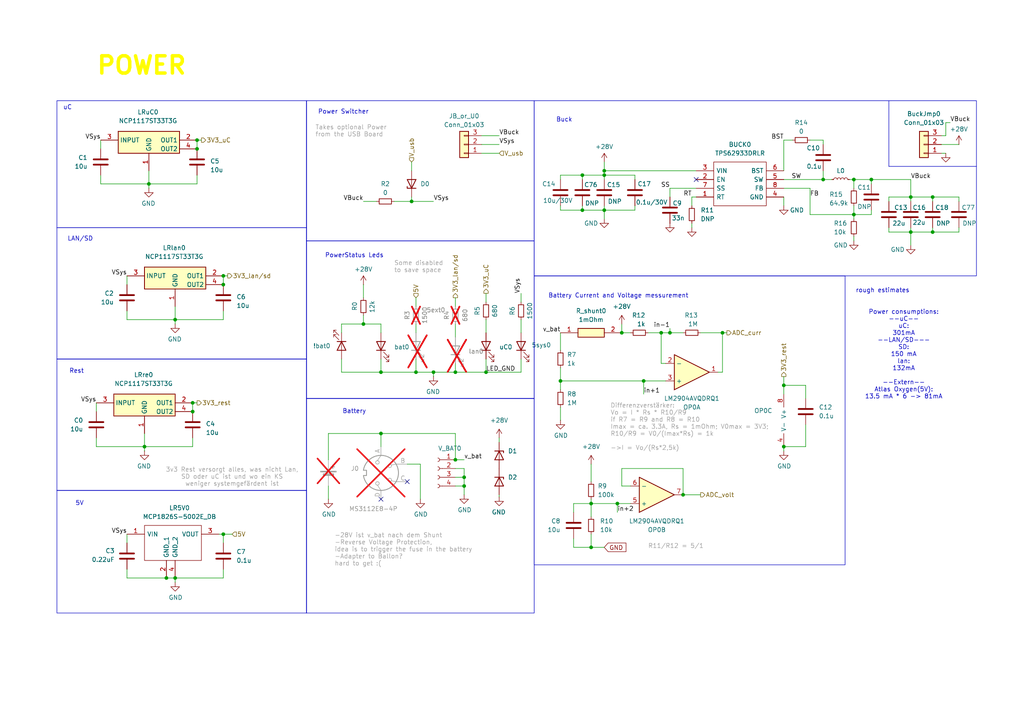
<source format=kicad_sch>
(kicad_sch (version 20231120) (generator "eeschema") (generator_version "8.0")
  (paper "A4")
  (junction (at 227.33 129.54))
  (junction (at 110.49 125.73))
  (junction (at 64.77 82.55))
  (junction (at 64.77 80.01))
  (junction (at 238.76 52.07))
  (junction (at 270.51 67.31))
  (junction (at 119.38 58.42))
  (junction (at 247.65 62.23))
  (junction (at 198.12 143.51))
  (junction (at 110.49 107.95))
  (junction (at 57.15 40.64))
  (junction (at 168.91 60.96))
  (junction (at 132.08 133.35))
  (junction (at 50.8 92.71))
  (junction (at 140.97 107.95))
  (junction (at 125.73 107.95))
  (junction (at 270.51 57.15))
  (junction (at 55.88 116.84))
  (junction (at 132.08 107.95))
  (junction (at 120.65 107.95))
  (junction (at 252.73 52.07))
  (junction (at 227.33 111.76))
  (junction (at 48.26 167.64))
  (junction (at 171.45 146.05))
  (junction (at 264.16 57.15))
  (junction (at 209.55 96.52))
  (junction (at 64.77 154.94))
  (junction (at 180.34 96.52))
  (junction (at 191.77 96.52))
  (junction (at 171.45 158.75))
  (junction (at 41.91 129.54))
  (junction (at 50.8 167.64))
  (junction (at 168.91 50.8))
  (junction (at 175.26 60.96))
  (junction (at 179.07 146.05))
  (junction (at 186.69 110.49))
  (junction (at 264.16 67.31))
  (junction (at 55.88 119.38))
  (junction (at 247.65 52.07))
  (junction (at 134.62 138.43))
  (junction (at 162.56 110.49))
  (junction (at 134.62 140.97))
  (junction (at 57.15 43.18))
  (junction (at 43.18 53.34))
  (junction (at 194.31 96.52))
  (junction (at 105.41 93.98))
  (junction (at 175.26 50.8))
  (junction (at 175.26 49.53))
  (no_connect (at 201.93 52.07))
  (no_connect (at 110.49 144.78))
  (no_connect (at 118.11 139.7))
  (wire (pts (xy 36.83 90.17) (xy 36.83 92.71)))
  (wire (pts (xy 140.97 92.71) (xy 140.97 96.52)))
  (wire (pts (xy 247.65 52.07) (xy 247.65 54.61)))
  (wire (pts (xy 132.08 138.43) (xy 134.62 138.43)))
  (wire (pts (xy 198.12 135.89) (xy 198.12 143.51)))
  (wire (pts (xy 194.31 95.25) (xy 194.31 96.52)))
  (wire (pts (xy 50.8 92.71) (xy 50.8 88.9)))
  (wire (pts (xy 50.8 92.71) (xy 64.77 92.71)))
  (wire (pts (xy 105.41 91.44) (xy 105.41 93.98)))
  (wire (pts (xy 162.56 52.07) (xy 162.56 50.8)))
  (wire (pts (xy 175.26 46.99) (xy 175.26 49.53)))
  (wire (pts (xy 200.66 64.77) (xy 200.66 66.04)))
  (wire (pts (xy 162.56 96.52) (xy 162.56 101.6)))
  (wire (pts (xy 278.13 57.15) (xy 270.51 57.15)))
  (wire (pts (xy 171.45 134.62) (xy 171.45 139.7)))
  (wire (pts (xy 247.65 62.23) (xy 247.65 63.5)))
  (wire (pts (xy 41.91 130.81) (xy 41.91 129.54)))
  (wire (pts (xy 110.49 107.95) (xy 120.65 107.95)))
  (wire (pts (xy 171.45 154.94) (xy 171.45 158.75)))
  (wire (pts (xy 264.16 67.31) (xy 264.16 66.04)))
  (wire (pts (xy 175.26 60.96) (xy 175.26 63.5)))
  (wire (pts (xy 278.13 67.31) (xy 278.13 66.04)))
  (wire (pts (xy 132.08 125.73) (xy 132.08 133.35)))
  (wire (pts (xy 132.08 105.41) (xy 132.08 107.95)))
  (wire (pts (xy 162.56 106.68) (xy 162.56 110.49)))
  (wire (pts (xy 180.34 140.97) (xy 180.34 135.89)))
  (wire (pts (xy 209.55 96.52) (xy 209.55 107.95)))
  (wire (pts (xy 151.13 87.63) (xy 151.13 85.09)))
  (wire (pts (xy 270.51 67.31) (xy 270.51 66.04)))
  (wire (pts (xy 120.65 88.9) (xy 120.65 86.36)))
  (wire (pts (xy 139.7 39.37) (xy 144.78 39.37)))
  (wire (pts (xy 257.81 67.31) (xy 257.81 66.04)))
  (wire (pts (xy 209.55 96.52) (xy 203.2 96.52)))
  (wire (pts (xy 166.37 158.75) (xy 166.37 156.21)))
  (wire (pts (xy 227.33 52.07) (xy 238.76 52.07)))
  (wire (pts (xy 194.31 96.52) (xy 198.12 96.52)))
  (wire (pts (xy 227.33 49.53) (xy 227.33 40.64)))
  (wire (pts (xy 186.69 114.3) (xy 186.69 110.49)))
  (wire (pts (xy 171.45 146.05) (xy 171.45 149.86)))
  (wire (pts (xy 274.32 39.37) (xy 273.05 39.37)))
  (wire (pts (xy 270.51 57.15) (xy 270.51 58.42)))
  (wire (pts (xy 171.45 158.75) (xy 166.37 158.75)))
  (wire (pts (xy 64.77 154.94) (xy 63.5 154.94)))
  (wire (pts (xy 140.97 107.95) (xy 151.13 107.95)))
  (wire (pts (xy 140.97 87.63) (xy 140.97 85.09)))
  (wire (pts (xy 119.38 57.15) (xy 119.38 58.42)))
  (wire (pts (xy 252.73 62.23) (xy 252.73 60.96)))
  (wire (pts (xy 180.34 93.98) (xy 180.34 96.52)))
  (wire (pts (xy 120.65 107.95) (xy 125.73 107.95)))
  (wire (pts (xy 227.33 130.81) (xy 227.33 129.54)))
  (wire (pts (xy 125.73 107.95) (xy 125.73 109.22)))
  (wire (pts (xy 50.8 167.64) (xy 50.8 168.91)))
  (wire (pts (xy 257.81 67.31) (xy 264.16 67.31)))
  (wire (pts (xy 247.65 52.07) (xy 252.73 52.07)))
  (wire (pts (xy 110.49 104.14) (xy 110.49 107.95)))
  (wire (pts (xy 162.56 110.49) (xy 186.69 110.49)))
  (wire (pts (xy 274.32 35.56) (xy 275.59 35.56)))
  (wire (pts (xy 257.81 57.15) (xy 257.81 58.42)))
  (wire (pts (xy 99.06 93.98) (xy 105.41 93.98)))
  (wire (pts (xy 238.76 40.64) (xy 238.76 41.91)))
  (wire (pts (xy 110.49 125.73) (xy 132.08 125.73)))
  (wire (pts (xy 118.11 134.62) (xy 121.92 134.62)))
  (wire (pts (xy 171.45 158.75) (xy 175.26 158.75)))
  (wire (pts (xy 227.33 111.76) (xy 233.68 111.76)))
  (wire (pts (xy 168.91 50.8) (xy 168.91 52.07)))
  (wire (pts (xy 238.76 52.07) (xy 238.76 49.53)))
  (wire (pts (xy 264.16 67.31) (xy 270.51 67.31)))
  (wire (pts (xy 175.26 60.96) (xy 184.15 60.96)))
  (wire (pts (xy 168.91 59.69) (xy 168.91 60.96)))
  (wire (pts (xy 144.78 128.27) (xy 144.78 127)))
  (wire (pts (xy 191.77 105.41) (xy 191.77 96.52)))
  (wire (pts (xy 95.25 125.73) (xy 110.49 125.73)))
  (wire (pts (xy 121.92 134.62) (xy 121.92 144.78)))
  (wire (pts (xy 241.3 52.07) (xy 238.76 52.07)))
  (wire (pts (xy 184.15 50.8) (xy 184.15 52.07)))
  (wire (pts (xy 50.8 93.98) (xy 50.8 92.71)))
  (wire (pts (xy 36.83 165.1) (xy 36.83 167.64)))
  (wire (pts (xy 29.21 50.8) (xy 29.21 53.34)))
  (wire (pts (xy 110.49 107.95) (xy 99.06 107.95)))
  (wire (pts (xy 264.16 52.07) (xy 264.16 57.15)))
  (wire (pts (xy 36.83 167.64) (xy 48.26 167.64)))
  (wire (pts (xy 166.37 146.05) (xy 171.45 146.05)))
  (wire (pts (xy 119.38 46.99) (xy 119.38 49.53)))
  (wire (pts (xy 140.97 104.14) (xy 140.97 107.95)))
  (wire (pts (xy 247.65 62.23) (xy 252.73 62.23)))
  (wire (pts (xy 110.49 93.98) (xy 110.49 96.52)))
  (wire (pts (xy 247.65 59.69) (xy 247.65 62.23)))
  (wire (pts (xy 162.56 60.96) (xy 168.91 60.96)))
  (wire (pts (xy 274.32 44.45) (xy 273.05 44.45)))
  (wire (pts (xy 95.25 144.78) (xy 95.25 140.97)))
  (wire (pts (xy 227.33 59.69) (xy 227.33 57.15)))
  (wire (pts (xy 162.56 50.8) (xy 168.91 50.8)))
  (wire (pts (xy 27.94 127) (xy 27.94 129.54)))
  (wire (pts (xy 227.33 54.61) (xy 234.95 54.61)))
  (wire (pts (xy 105.41 58.42) (xy 109.22 58.42)))
  (wire (pts (xy 227.33 111.76) (xy 227.33 114.3)))
  (wire (pts (xy 48.26 167.64) (xy 50.8 167.64)))
  (wire (pts (xy 132.08 107.95) (xy 140.97 107.95)))
  (wire (pts (xy 36.83 157.48) (xy 36.83 154.94)))
  (wire (pts (xy 132.08 93.98) (xy 132.08 97.79)))
  (wire (pts (xy 198.12 143.51) (xy 203.2 143.51)))
  (wire (pts (xy 64.77 165.1) (xy 64.77 167.64)))
  (wire (pts (xy 132.08 135.89) (xy 134.62 135.89)))
  (wire (pts (xy 57.15 40.64) (xy 57.15 43.18)))
  (wire (pts (xy 234.95 40.64) (xy 238.76 40.64)))
  (wire (pts (xy 50.8 167.64) (xy 64.77 167.64)))
  (wire (pts (xy 191.77 96.52) (xy 194.31 96.52)))
  (polyline (pts (xy 257.81 29.21) (xy 257.81 48.26)))
  (wire (pts (xy 171.45 144.78) (xy 171.45 146.05)))
  (wire (pts (xy 29.21 53.34) (xy 43.18 53.34)))
  (wire (pts (xy 110.49 129.54) (xy 110.49 125.73)))
  (wire (pts (xy 274.32 35.56) (xy 274.32 39.37)))
  (wire (pts (xy 200.66 59.69) (xy 200.66 57.15)))
  (wire (pts (xy 64.77 92.71) (xy 64.77 90.17)))
  (wire (pts (xy 36.83 92.71) (xy 50.8 92.71)))
  (wire (pts (xy 278.13 58.42) (xy 278.13 57.15)))
  (wire (pts (xy 227.33 109.22) (xy 227.33 111.76)))
  (wire (pts (xy 64.77 80.01) (xy 66.04 80.01)))
  (wire (pts (xy 95.25 133.35) (xy 95.25 125.73)))
  (wire (pts (xy 193.04 105.41) (xy 191.77 105.41)))
  (wire (pts (xy 252.73 53.34) (xy 252.73 52.07)))
  (wire (pts (xy 64.77 80.01) (xy 64.77 82.55)))
  (wire (pts (xy 171.45 146.05) (xy 179.07 146.05)))
  (wire (pts (xy 55.88 129.54) (xy 55.88 127)))
  (polyline (pts (xy 257.81 48.26) (xy 283.21 48.26)))
  (wire (pts (xy 64.77 157.48) (xy 64.77 154.94)))
  (wire (pts (xy 246.38 52.07) (xy 247.65 52.07)))
  (wire (pts (xy 179.07 148.59) (xy 179.07 146.05)))
  (wire (pts (xy 168.91 50.8) (xy 175.26 50.8)))
  (wire (pts (xy 208.28 107.95) (xy 209.55 107.95)))
  (wire (pts (xy 273.05 41.91) (xy 278.13 41.91)))
  (wire (pts (xy 105.41 82.55) (xy 105.41 86.36)))
  (wire (pts (xy 234.95 62.23) (xy 247.65 62.23)))
  (wire (pts (xy 139.7 41.91) (xy 144.78 41.91)))
  (wire (pts (xy 120.65 93.98) (xy 120.65 96.52)))
  (wire (pts (xy 43.18 53.34) (xy 57.15 53.34)))
  (wire (pts (xy 175.26 49.53) (xy 175.26 50.8)))
  (wire (pts (xy 233.68 123.19) (xy 233.68 129.54)))
  (wire (pts (xy 132.08 86.36) (xy 132.08 88.9)))
  (wire (pts (xy 233.68 111.76) (xy 233.68 115.57)))
  (wire (pts (xy 200.66 57.15) (xy 201.93 57.15)))
  (wire (pts (xy 151.13 104.14) (xy 151.13 107.95)))
  (wire (pts (xy 55.88 116.84) (xy 55.88 119.38)))
  (wire (pts (xy 64.77 154.94) (xy 67.31 154.94)))
  (wire (pts (xy 184.15 60.96) (xy 184.15 59.69)))
  (wire (pts (xy 27.94 129.54) (xy 41.91 129.54)))
  (wire (pts (xy 227.33 129.54) (xy 233.68 129.54)))
  (wire (pts (xy 144.78 143.51) (xy 144.78 144.145)))
  (wire (pts (xy 41.91 129.54) (xy 55.88 129.54)))
  (wire (pts (xy 180.34 96.52) (xy 182.88 96.52)))
  (wire (pts (xy 132.08 140.97) (xy 134.62 140.97)))
  (wire (pts (xy 166.37 148.59) (xy 166.37 146.05)))
  (wire (pts (xy 43.18 53.34) (xy 43.18 49.53)))
  (wire (pts (xy 270.51 57.15) (xy 264.16 57.15)))
  (wire (pts (xy 264.16 57.15) (xy 264.16 58.42)))
  (wire (pts (xy 134.62 140.97) (xy 134.62 143.51)))
  (wire (pts (xy 264.16 67.31) (xy 264.16 71.12)))
  (wire (pts (xy 264.16 57.15) (xy 257.81 57.15)))
  (wire (pts (xy 162.56 110.49) (xy 162.56 113.03)))
  (wire (pts (xy 179.07 146.05) (xy 182.88 146.05)))
  (wire (pts (xy 252.73 52.07) (xy 264.16 52.07)))
  (wire (pts (xy 41.91 129.54) (xy 41.91 125.73)))
  (wire (pts (xy 125.73 107.95) (xy 132.08 107.95)))
  (wire (pts (xy 168.91 60.96) (xy 175.26 60.96)))
  (wire (pts (xy 175.26 60.96) (xy 175.26 59.69)))
  (wire (pts (xy 270.51 67.31) (xy 278.13 67.31)))
  (wire (pts (xy 234.95 54.61) (xy 234.95 62.23)))
  (wire (pts (xy 43.18 54.61) (xy 43.18 53.34)))
  (wire (pts (xy 120.65 104.14) (xy 120.65 107.95)))
  (wire (pts (xy 186.69 110.49) (xy 193.04 110.49)))
  (wire (pts (xy 151.13 92.71) (xy 151.13 96.52)))
  (wire (pts (xy 99.06 93.98) (xy 99.06 96.52)))
  (wire (pts (xy 55.88 116.84) (xy 57.15 116.84)))
  (wire (pts (xy 162.56 118.11) (xy 162.56 121.92)))
  (wire (pts (xy 134.62 135.89) (xy 134.62 138.43)))
  (wire (pts (xy 27.94 116.84) (xy 27.94 119.38)))
  (wire (pts (xy 187.96 96.52) (xy 191.77 96.52)))
  (wire (pts (xy 105.41 93.98) (xy 110.49 93.98)))
  (wire (pts (xy 114.3 58.42) (xy 119.38 58.42)))
  (wire (pts (xy 227.33 40.64) (xy 229.87 40.64)))
  (wire (pts (xy 209.55 96.52) (xy 210.82 96.52)))
  (wire (pts (xy 175.26 52.07) (xy 175.26 50.8)))
  (wire (pts (xy 247.65 68.58) (xy 247.65 69.85)))
  (wire (pts (xy 175.26 49.53) (xy 201.93 49.53)))
  (wire (pts (xy 194.31 57.15) (xy 194.31 54.61)))
  (wire (pts (xy 134.62 138.43) (xy 134.62 140.97)))
  (wire (pts (xy 194.31 54.61) (xy 201.93 54.61)))
  (wire (pts (xy 36.83 80.01) (xy 36.83 82.55)))
  (wire (pts (xy 132.08 133.35) (xy 134.62 133.35)))
  (wire (pts (xy 99.06 104.14) (xy 99.06 107.95)))
  (wire (pts (xy 182.88 140.97) (xy 180.34 140.97)))
  (wire (pts (xy 180.34 135.89) (xy 198.12 135.89)))
  (wire (pts (xy 144.78 44.45) (xy 139.7 44.45)))
  (wire (pts (xy 57.15 53.34) (xy 57.15 50.8)))
  (wire (pts (xy 162.56 60.96) (xy 162.56 59.69)))
  (wire (pts (xy 29.21 40.64) (xy 29.21 43.18)))
  (wire (pts (xy 57.15 40.64) (xy 58.42 40.64)))
  (wire (pts (xy 175.26 50.8) (xy 184.15 50.8)))
  (wire (pts (xy 119.38 58.42) (xy 125.73 58.42)))
  (rectangle (start 16.51 29.21) (end 88.9 66.04))
  (rectangle (start 88.9 29.21) (end 154.94 69.85))
  (rectangle (start 88.9 69.85) (end 154.94 115.57))
  (rectangle (start 88.9 115.57) (end 154.94 177.8))
  (rectangle (start 16.51 66.04) (end 88.9 104.14))
  (rectangle (start 154.94 80.01) (end 245.11 163.83))
  (rectangle (start 16.51 104.14) (end 88.9 142.24))
  (rectangle (start 154.94 29.21) (end 283.21 80.01))
  (rectangle (start 16.51 142.24) (end 88.9 177.8))
  (text "Power consumptions:\n--uC--\nuC:\n301mA\n--LAN/SD---\nSD:\n150 mA\nlan:\n132mA\n\n--Extern--\nAtlas Oxygen(5V):\n13.5 mA * 6 -> 81mA" (exclude_from_sim yes) (at 262.128 102.87 0) (effects (font (size 1.27 1.27))))
  (text "Rest" (at 20.066 108.458 0) (effects (font (size 1.27 1.27)) (justify left bottom)))
  (text "Differenzverstärker:\nVo = I * Rs * R10/R9\nif R7 = R9 and R8 = R10\nImax = ca. 3.3A, Rs = 1mOhm; V0max = 3V3; \nR10/R9 = V0/(Imax*Rs) = 1k\n\n->I = Vo/(Rs*2,5k)\n" (at 177.038 130.81 0) (effects (font (size 1.27 1.27)) (justify left bottom)))
  (text "PowerStatus Leds" (at 94.234 74.93 0) (effects (font (size 1.27 1.27)) (justify left bottom)))
  (text "Power Switcher" (at 92.202 33.274 0) (effects (font (size 1.27 1.27)) (justify left bottom)))
  (text "LAN/SD" (at 19.558 70.104 0) (effects (font (size 1.27 1.27)) (justify left bottom)))
  (text "POWER\n" (at 27.686 22.098 0) (effects (font (size 5 5) (thickness 1) (bold yes)) (justify left bottom)))
  (text "uC" (at 18.288 32.004 0) (effects (font (size 1.27 1.27)) (justify left bottom)))
  (text "Battery" (at 99.314 120.142 0) (effects (font (size 1.27 1.27)) (justify left bottom)))
  (text "5V" (at 21.844 146.812 0) (effects (font (size 1.27 1.27)) (justify left bottom)))
  (text "-28V ist v_bat nach dem Shunt\n-Reverse Voltage Protection, \nidea is to trigger the fuse in the battery\n-Adapter to Ballon?\nhard to get :(" (at 97.028 159.512 0) (effects (font (size 1.27 1.27)) (justify left)))
  (text "rough estimates" (at 248.158 85.09 0) (effects (font (size 1.27 1.27)) (justify left bottom)))
  (text "Takes optional Power \nfrom the USB Board" (at 91.44 39.878 0) (effects (font (size 1.27 1.27)) (justify left bottom)))
  (text "Buck" (at 161.29 35.56 0) (effects (font (size 1.27 1.27)) (justify left bottom)))
  (text "Battery Current and Voltage messurement" (at 159.004 86.614 0) (effects (font (size 1.27 1.27)) (justify left bottom)))
  (text "3v3 Rest versorgt alles, was nicht Lan,\nSD oder uC ist und wo ein KS\nweniger systemgefärdent ist" (at 67.31 138.43 0) (effects (font (size 1.27 1.27))))
  (text "R11/R12 = 5/1" (at 187.96 159.258 0) (effects (font (size 1.27 1.27)) (justify left bottom)))
  (text "Some disabled\nto save space" (at 114.3 79.248 0) (effects (font (size 1.27 1.27)) (justify left bottom)))
  (label "v_bat" (at 134.62 133.35 0))
  (label "VSys" (at 151.13 85.09 90))
  (label "VSys" (at 36.83 80.01 180))
  (label "SW" (at 232.41 52.07 180))
  (label "in+1" (at 186.69 114.3 0))
  (label "v_bat" (at 162.56 96.52 180))
  (label "VBuck" (at 264.16 52.07 0))
  (label "RT" (at 200.66 57.15 180))
  (label "VBuck" (at 275.59 35.56 0))
  (label "VBuck" (at 144.78 39.37 0))
  (label "VSys" (at 36.83 154.94 180))
  (label "VSys" (at 27.94 116.84 180))
  (label "SS" (at 194.31 54.61 180))
  (label "VSys" (at 125.73 58.42 0))
  (label "VBuck" (at 105.41 58.42 180))
  (label "in+2" (at 179.07 148.59 0))
  (label "FB" (at 234.95 57.15 0))
  (label "LED_GND" (at 140.97 107.95 0))
  (label "BST" (at 227.33 40.64 180))
  (label "VSys" (at 29.21 40.64 180))
  (label "in-1" (at 194.31 95.25 180))
  (label "VSys" (at 144.78 41.91 0))
  (global_label "GND" (shape input) (at 175.26 158.75 0) (property "Intersheetrefs" "${INTERSHEET_REFS}" (effects (hide yes))))
  (hierarchical_label "5V" (shape input) (at 120.65 86.36 90))
  (hierarchical_label "ADC_curr" (shape output) (at 210.82 96.52 0))
  (hierarchical_label "3V3_rest" (shape output) (at 57.15 116.84 0))
  (hierarchical_label "3V3_rest" (shape output) (at 227.33 109.22 90))
  (hierarchical_label "3V3_lan{slash}sd" (shape output) (at 132.08 86.36 90))
  (hierarchical_label "3V3_uC" (shape output) (at 140.97 85.09 90))
  (hierarchical_label "ADC_volt" (shape output) (at 203.2 143.51 0))
  (hierarchical_label "V_usb" (shape input) (at 119.38 46.99 90))
  (hierarchical_label "3V3_lan{slash}sd" (shape output) (at 66.04 80.01 0))
  (hierarchical_label "3V3_uC" (shape output) (at 58.42 40.64 0))
  (hierarchical_label "V_usb" (shape input) (at 144.78 44.45 0))
  (hierarchical_label "5V" (shape input) (at 67.31 154.94 0))
  (symbol (lib_id "Device:C") (at 168.91 55.88 180) (unit 1)
    (property "Reference" "C76" (at 169.418 53.594 0) (effects (justify right)))
    (property "Value" "DNP" (at 169.672 58.928 0) (effects (justify right)))
    (property "Footprint" "Capacitor_SMD:C_0805_2012Metric_Pad1.18x1.45mm_HandSolder" (effects (hide yes)))
    (property "Description" "Unpolarized capacitor" (effects (hide yes)))
  )
  (symbol (lib_id "Device:R_Small") (at 200.66 96.52 270) (unit 1)
    (property "Reference" "R13" (at 202.438 91.44 90) (effects (justify right)))
    (property "Value" "1M" (at 202.438 93.98 90) (effects (justify right)))
    (property "Footprint" "Resistor_SMD:R_0603_1608Metric_Pad0.98x0.95mm_HandSolder" (effects (hide yes)))
    (property "Description" "Resistor, small symbol" (effects (hide yes)))
  )
  (symbol (lib_id "SamacSys_Parts:TPS62933DRLR") (at 201.93 49.53 0) (unit 1)
    (property "Reference" "BUCK0" (at 214.63 41.91 0))
    (property "Value" "TPS62933DRLR" (at 214.63 44.45 0))
    (property "Footprint" "SamacSys_Parts:SOTFL50P160X60-8N" (effects (hide yes)))
    (property "Datasheet" "https://www.ti.com/lit/ds/symlink/tps62933.pdf?ts=1626073394234" (effects (hide yes)))
    (property "Description" "The TPS62933 is a high-efficiency, easy-to-use synchronous buck converter with a wide input voltage range of 3.8 V to 30 V" (effects (hide yes)))
    (property "Height" "0.6" (effects (hide yes)))
    (property "Mouser Part Number" "595-TPS62933DRLR" (effects (hide yes)))
    (property "Mouser Price/Stock" "https://www.mouser.co.uk/ProductDetail/Texas-Instruments/TPS62933DRLR?qs=Rp5uXu7WBW9fv47wfQVntQ%3D%3D" (effects (hide yes)))
    (property "Manufacturer_Name" "Texas Instruments" (effects (hide yes)))
    (property "Manufacturer_Part_Number" "TPS62933DRLR" (effects (hide yes)))
  )
  (symbol (lib_id "Device:R_Small") (at 232.41 40.64 90) (unit 1)
    (property "Reference" "R14" (at 232.41 35.56 90))
    (property "Value" "0" (at 232.41 38.1 90))
    (property "Footprint" "Resistor_SMD:R_0603_1608Metric_Pad0.98x0.95mm_HandSolder" (effects (hide yes)))
    (property "Description" "Resistor, small symbol" (effects (hide yes)))
  )
  (symbol (lib_id "power:GND") (at 200.66 66.04 0) (unit 1)
    (property "Reference" "#PWR015" (effects (hide yes)))
    (property "Value" "GND" (effects (hide yes)))
    (property "Description" "Power symbol creates a global label with name \"GND\" , ground" (effects (hide yes)))
  )
  (symbol (lib_id "Device:C") (at 29.21 46.99 0) (mirror x) (unit 1)
    (property "Reference" "C1" (at 25.4 45.7199 0) (effects (justify right)))
    (property "Value" "10u" (at 25.4 48.2599 0) (effects (justify right)))
    (property "Footprint" "Capacitor_SMD:C_0805_2012Metric_Pad1.18x1.45mm_HandSolder" (effects (hide yes)))
    (property "Description" "Unpolarized capacitor" (effects (hide yes)))
  )
  (symbol (lib_id "power:GND") (at 227.33 59.69 0) (mirror y) (unit 1)
    (property "Reference" "#PWR0125" (effects (hide yes)))
    (property "Value" "GND" (at 231.14 60.96 0))
    (property "Description" "Power symbol creates a global label with name \"GND\" , ground" (effects (hide yes)))
  )
  (symbol (lib_id "Device:C") (at 264.16 62.23 180) (unit 1)
    (property "Reference" "C16" (at 264.668 60.198 0) (effects (justify right)))
    (property "Value" "22u" (at 264.668 64.516 0) (effects (justify right)))
    (property "Footprint" "Capacitor_SMD:C_0805_2012Metric_Pad1.18x1.45mm_HandSolder" (effects (hide yes)))
    (property "Description" "Unpolarized capacitor" (effects (hide yes)))
  )
  (symbol (lib_id "Device:Opamp_Dual") (at 229.87 121.92 0) (unit 3)
    (property "Reference" "OP0" (at 224.028 119.126 0) (effects (justify right)))
    (property "Value" "LM2904AVQDRQ1" (effects (hide yes)))
    (property "Footprint" "SamacSys_Parts:SOIC127P600X175-8N" (effects (hide yes)))
    (property "Description" "Dual operational amplifier" (effects (hide yes)))
    (property "Sim.Library" "${KICAD7_SYMBOL_DIR}/Simulation_SPICE.sp" (effects (hide yes)))
    (property "Sim.Name" "kicad_builtin_opamp_dual" (effects (hide yes)))
    (property "Sim.Device" "SUBCKT" (effects (hide yes)))
    (property "Sim.Pins" "1=out1 2=in1- 3=in1+ 4=vee 5=in2+ 6=in2- 7=out2 8=vcc" (effects (hide yes)))
  )
  (symbol (lib_id "Connector_Generic:Conn_01x03") (at 134.62 41.91 180) (unit 1)
    (property "Reference" "JB_or_U0" (at 134.62 33.655 0))
    (property "Value" "Conn_01x03" (at 134.62 36.195 0))
    (property "Footprint" "Connector_PinHeader_2.54mm:PinHeader_1x03_P2.54mm_Vertical" (effects (hide yes)))
    (property "Description" "Generic connector, single row, 01x03, script generated (kicad-library-utils/schlib/autogen/connector/)" (effects (hide yes)))
  )
  (symbol (lib_id "Device:C") (at 233.68 119.38 180) (unit 1)
    (property "Reference" "C12" (at 237.49 118.1099 0) (effects (justify right)))
    (property "Value" "0.1u" (at 237.49 120.6499 0) (effects (justify right)))
    (property "Footprint" "Capacitor_SMD:C_0402_1005Metric_Pad0.74x0.62mm_HandSolder" (effects (hide yes)))
    (property "Description" "Unpolarized capacitor" (effects (hide yes)))
  )
  (symbol (lib_id "power:GND") (at 50.8 168.91 0) (unit 1)
    (property "Reference" "#PWR05" (effects (hide yes)))
    (property "Value" "GND" (at 50.927 173.3042 0))
    (property "Description" "Power symbol creates a global label with name \"GND\" , ground" (effects (hide yes)))
  )
  (symbol (lib_id "Connector_Generic:Conn_01x03") (at 267.97 41.91 180) (unit 1)
    (property "Reference" "BuckJmp0" (at 267.97 33.02 0))
    (property "Value" "Conn_01x03" (at 267.97 35.56 0))
    (property "Footprint" "Connector_PinHeader_2.54mm:PinHeader_1x03_P2.54mm_Vertical" (effects (hide yes)))
    (property "Description" "Generic connector, single row, 01x03, script generated (kicad-library-utils/schlib/autogen/connector/)" (effects (hide yes)))
  )
  (symbol (lib_id "power:+28V") (at 180.34 93.98 0) (unit 1)
    (property "Reference" "#PWR017" (effects (hide yes)))
    (property "Value" "+28V" (at 180.34 88.9 0))
    (property "Description" "Power symbol creates a global label with name \"+28V\"" (effects (hide yes)))
  )
  (symbol (lib_id "power:GND") (at 50.8 93.98 0) (mirror y) (unit 1)
    (property "Reference" "#PWR04" (effects (hide yes)))
    (property "Value" "GND" (at 50.673 98.3742 0))
    (property "Description" "Power symbol creates a global label with name \"GND\" , ground" (effects (hide yes)))
  )
  (symbol (lib_id "Device:R_Small") (at 111.76 58.42 270) (unit 1)
    (property "Reference" "R2" (at 111.76 53.34 90))
    (property "Value" "0" (at 111.76 55.88 90))
    (property "Footprint" "Resistor_SMD:R_0603_1608Metric_Pad0.98x0.95mm_HandSolder" (effects (hide yes)))
    (property "Description" "Resistor, small symbol" (effects (hide yes)))
  )
  (symbol (lib_id "Device:R_Small") (at 105.41 88.9 180) (unit 1)
    (property "Reference" "R0" (at 102.87 90.17 90) (effects (justify right)))
    (property "Value" "12k" (at 107.95 90.805 90) (effects (justify right)))
    (property "Footprint" "Resistor_SMD:R_0603_1608Metric_Pad0.98x0.95mm_HandSolder" (effects (hide yes)))
    (property "Description" "Resistor, small symbol" (effects (hide yes)))
  )
  (symbol (lib_id "Device:R_Small") (at 171.45 142.24 0) (unit 1)
    (property "Reference" "R9" (at 173.355 140.97 0) (effects (justify left)))
    (property "Value" "100k" (at 173.355 143.51 0) (effects (justify left)))
    (property "Footprint" "Resistor_SMD:R_0603_1608Metric_Pad0.98x0.95mm_HandSolder" (effects (hide yes)))
    (property "Description" "Resistor, small symbol" (effects (hide yes)))
  )
  (symbol (lib_id "Device:C") (at 162.56 55.88 180) (unit 1)
    (property "Reference" "C14" (at 157.226 53.34 0) (effects (justify right)))
    (property "Value" "10u/30V" (at 157.48 58.1661 0) (effects (justify right)))
    (property "Footprint" "Capacitor_SMD:C_0805_2012Metric_Pad1.18x1.45mm_HandSolder" (effects (hide yes)))
    (property "Description" "Unpolarized capacitor" (effects (hide yes)))
  )
  (symbol (lib_id "power:+28V") (at 171.45 134.62 0) (unit 1)
    (property "Reference" "#PWR016" (effects (hide yes)))
    (property "Value" "+28V" (at 171.45 129.54 0))
    (property "Description" "Power symbol creates a global label with name \"+28V\"" (effects (hide yes)))
  )
  (symbol (lib_id "Device:L_Small") (at 243.84 52.07 90) (unit 1)
    (property "Reference" "L0" (at 243.84 49.53 90))
    (property "Value" "74439346068" (effects (hide yes)))
    (property "Footprint" "SamacSys_Parts:74439346068" (effects (hide yes)))
    (property "Description" "Inductor, small symbol" (effects (hide yes)))
    (property "Height" "6.1" (effects (hide yes)))
    (property "Mouser Part Number" "710-74439346068" (effects (hide yes)))
    (property "Mouser Price/Stock" "https://www.mouser.co.uk/ProductDetail/Wurth-Elektronik/74439346068?qs=NSAOzM2zc%2FVj5BeHYKNgfQ%3D%3D" (effects (hide yes)))
    (property "Manufacturer_Name" "Wurth Elektronik" (effects (hide yes)))
    (property "Manufacturer_Part_Number" "74439346068" (effects (hide yes)))
  )
  (symbol (lib_id "Device:C") (at 57.15 46.99 180) (unit 1)
    (property "Reference" "C5" (at 60.96 46.736 0) (effects (justify right)))
    (property "Value" "10u" (at 60.96 49.276 0) (effects (justify right)))
    (property "Footprint" "Capacitor_SMD:C_0805_2012Metric_Pad1.18x1.45mm_HandSolder" (effects (hide yes)))
    (property "Description" "Unpolarized capacitor" (effects (hide yes)))
  )
  (symbol (lib_id "power:GND") (at 264.16 71.12 0) (unit 1)
    (property "Reference" "#PWR024" (effects (hide yes)))
    (property "Value" "GND" (at 260.35 72.39 0))
    (property "Description" "Power symbol creates a global label with name \"GND\" , ground" (effects (hide yes)))
  )
  (symbol (lib_id "Device:R_Small") (at 162.56 104.14 180) (unit 1)
    (property "Reference" "R7" (at 164.465 102.87 0) (effects (justify right)))
    (property "Value" "1k" (at 164.465 105.41 0) (effects (justify right)))
    (property "Footprint" "Resistor_SMD:R_0603_1608Metric_Pad0.98x0.95mm_HandSolder" (effects (hide yes)))
    (property "Description" "Resistor, small symbol" (effects (hide yes)))
  )
  (symbol (lib_id "Device:C") (at 238.76 45.72 180) (unit 1)
    (property "Reference" "C10" (at 233.934 42.926 0) (effects (justify right)))
    (property "Value" "0.1u" (at 233.934 48.26 0) (effects (justify right)))
    (property "Footprint" "Capacitor_SMD:C_0402_1005Metric_Pad0.74x0.62mm_HandSolder" (effects (hide yes)))
    (property "Description" "Unpolarized capacitor" (effects (hide yes)))
  )
  (symbol (lib_id "Device:R_Small") (at 162.56 115.57 180) (unit 1)
    (property "Reference" "R8" (at 164.465 114.3 0) (effects (justify right)))
    (property "Value" "1M" (at 164.465 116.84 0) (effects (justify right)))
    (property "Footprint" "Resistor_SMD:R_0603_1608Metric_Pad0.98x0.95mm_HandSolder" (effects (hide yes)))
    (property "Description" "Resistor, small symbol" (effects (hide yes)))
  )
  (symbol (lib_id "Device:C") (at 252.73 57.15 0) (mirror y) (unit 1) (in_bom no)
    (property "Reference" "C11" (at 248.666 54.356 0) (effects (justify right)))
    (property "Value" "DNP" (at 248.666 59.944 0) (effects (justify right)))
    (property "Footprint" "Capacitor_SMD:C_0402_1005Metric_Pad0.74x0.62mm_HandSolder" (effects (hide yes)))
    (property "Description" "Unpolarized capacitor" (effects (hide yes)))
  )
  (symbol (lib_id "Device:LED") (at 99.06 100.33 270) (unit 1)
    (property "Reference" "!bat0" (at 93.345 100.33 90))
    (property "Value" "APTD2012LSURCK" (effects (hide yes)))
    (property "Footprint" "SamacSys_Parts:LEDM2012X120N" (effects (hide yes)))
    (property "Description" "Light emitting diode" (effects (hide yes)))
    (property "Height" "1.2" (effects (hide yes)))
    (property "Mouser Part Number" "604-APTD2012LSURCK" (effects (hide yes)))
    (property "Mouser Price/Stock" "https://www.mouser.co.uk/ProductDetail/Kingbright/APTD2012LSURCK?qs=AQlKX63v8RvkMadNvwbkxw%3D%3D" (effects (hide yes)))
    (property "Manufacturer_Name" "Kingbright" (effects (hide yes)))
    (property "Manufacturer_Part_Number" "APTD2012LSURCK" (effects (hide yes)))
  )
  (symbol (lib_id "Device:LED") (at 120.65 100.33 90) (unit 1) (on_board no) (dnp yes)
    (property "Reference" "5ext0" (at 123.698 89.916 90) (effects (justify right)))
    (property "Value" "APTD2012LCGCK" (effects (hide yes)))
    (property "Footprint" "SamacSys_Parts:LEDC2012X120N" (effects (hide yes)))
    (property "Description" "Light emitting diode" (effects (hide yes)))
    (property "Height" "1.2" (effects (hide yes)))
    (property "Mouser Part Number" "604-APTD2012LCGCK" (effects (hide yes)))
    (property "Mouser Price/Stock" "https://www.mouser.co.uk/ProductDetail/Kingbright/APTD2012LCGCK?qs=AQlKX63v8RvNHN%2F9EGvNTg%3D%3D" (effects (hide yes)))
    (property "Manufacturer_Name" "Kingbright" (effects (hide yes)))
    (property "Manufacturer_Part_Number" "APTD2012LCGCK" (effects (hide yes)))
  )
  (symbol (lib_id "power:GND") (at 144.78 144.145 0) (mirror y) (unit 1)
    (property "Reference" "#PWR012" (effects (hide yes)))
    (property "Value" "GND" (at 144.653 148.5392 0))
    (property "Description" "Power symbol creates a global label with name \"GND\" , ground" (effects (hide yes)))
  )
  (symbol (lib_id "power:GND") (at 134.62 143.51 0) (unit 1)
    (property "Reference" "#PWR010" (effects (hide yes)))
    (property "Value" "GND" (at 134.747 147.9042 0))
    (property "Description" "Power symbol creates a global label with name \"GND\" , ground" (effects (hide yes)))
  )
  (symbol (lib_id "Device:D_Zener") (at 119.38 53.34 90) (unit 1)
    (property "Reference" "D0" (at 121.92 53.3399 90) (effects (justify right)))
    (property "Value" "RBR2LB60BTBR1" (effects (hide yes)))
    (property "Footprint" "SamacSys_Parts:DIOM5336X245N" (effects (hide yes)))
    (property "Description" "Zener diode" (effects (hide yes)))
    (property "Height" "2.45" (effects (hide yes)))
    (property "Mouser Part Number" "755-RBR2LB60BTBR1" (effects (hide yes)))
    (property "Mouser Price/Stock" "https://www.mouser.co.uk/ProductDetail/ROHM-Semiconductor/RBR2LB60BTBR1?qs=amGC7iS6iy9Lm0eQxx5KdA%3D%3D" (effects (hide yes)))
    (property "Manufacturer_Name" "ROHM Semiconductor" (effects (hide yes)))
    (property "Manufacturer_Part_Number" "RBR2LB60BTBR1" (effects (hide yes)))
  )
  (symbol (lib_id "Device:C") (at 55.88 123.19 180) (unit 1)
    (property "Reference" "C4" (at 59.69 122.936 0) (effects (justify right)))
    (property "Value" "10u" (at 59.69 125.476 0) (effects (justify right)))
    (property "Footprint" "Capacitor_SMD:C_0805_2012Metric_Pad1.18x1.45mm_HandSolder" (effects (hide yes)))
    (property "Description" "Unpolarized capacitor" (effects (hide yes)))
  )
  (symbol (lib_id "power:GND") (at 247.65 69.85 0) (unit 1)
    (property "Reference" "#PWR021" (effects (hide yes)))
    (property "Value" "GND" (at 243.84 71.12 0))
    (property "Description" "Power symbol creates a global label with name \"GND\" , ground" (effects (hide yes)))
  )
  (symbol (lib_id "power:+28V") (at 144.78 127 0) (unit 1)
    (property "Reference" "#PWR011" (effects (hide yes)))
    (property "Value" "+28V" (at 144.78 121.92 0))
    (property "Description" "Power symbol creates a global label with name \"+28V\"" (effects (hide yes)))
  )
  (symbol (lib_id "power:GND") (at 175.26 63.5 0) (unit 1)
    (property "Reference" "#PWR023" (effects (hide yes)))
    (property "Value" "GND" (at 171.45 64.77 0))
    (property "Description" "Power symbol creates a global label with name \"GND\" , ground" (effects (hide yes)))
  )
  (symbol (lib_id "Device:C") (at 64.77 161.29 180) (unit 1)
    (property "Reference" "C7" (at 68.58 160.0199 0) (effects (justify right)))
    (property "Value" "0.1u" (at 68.58 162.5599 0) (effects (justify right)))
    (property "Footprint" "Capacitor_SMD:C_0402_1005Metric_Pad0.74x0.62mm_HandSolder" (effects (hide yes)))
    (property "Description" "Unpolarized capacitor" (effects (hide yes)))
  )
  (symbol (lib_id "Connector:Conn_01x04_Socket") (at 127 135.89 0) (mirror y) (unit 1)
    (property "Reference" "V_BAT0" (at 133.858 130.048 0) (effects (justify left)))
    (property "Value" "502352-0200" (effects (hide yes)))
    (property "Footprint" "SamacSys_Parts:5023520200" (effects (hide yes)))
    (property "Description" "Generic connector, single row, 01x04, script generated" (effects (hide yes)))
    (property "Mouser Part Number" "538-502352-0200" (effects (hide yes)))
    (property "Mouser Price/Stock" "https://www.mouser.co.uk/ProductDetail/Molex/502352-0200?qs=cPOO8qjhL6OPJnOOkJoW%252Bw%3D%3D" (effects (hide yes)))
    (property "Manufacturer_Name" "Molex" (effects (hide yes)))
    (property "Manufacturer_Part_Number" "502352-0200" (effects (hide yes)))
  )
  (symbol (lib_id "Device:Opamp_Dual") (at 200.66 107.95 0) (mirror x) (unit 1)
    (property "Reference" "OP0" (at 200.66 118.11 0))
    (property "Value" "LM2904AVQDRQ1" (at 200.66 115.57 0))
    (property "Footprint" "SamacSys_Parts:SOIC127P600X175-8N" (effects (hide yes)))
    (property "Description" "Dual operational amplifier" (effects (hide yes)))
    (property "Sim.Library" "${KICAD7_SYMBOL_DIR}/Simulation_SPICE.sp" (effects (hide yes)))
    (property "Sim.Name" "kicad_builtin_opamp_dual" (effects (hide yes)))
    (property "Sim.Device" "SUBCKT" (effects (hide yes)))
    (property "Sim.Pins" "1=out1 2=in1- 3=in1+ 4=vee 5=in2+ 6=in2- 7=out2 8=vcc" (effects (hide yes)))
  )
  (symbol (lib_id "Device:D_Zener") (at 144.78 139.7 270) (unit 1)
    (property "Reference" "D2" (at 147.32 138.4299 90) (effects (justify left)))
    (property "Value" "RBR2LB60BTBR1" (effects (hide yes)))
    (property "Footprint" "SamacSys_Parts:DIOM5336X245N" (effects (hide yes)))
    (property "Description" "Zener diode" (effects (hide yes)))
    (property "Height" "2.45" (effects (hide yes)))
    (property "Mouser Part Number" "755-RBR2LB60BTBR1" (effects (hide yes)))
    (property "Mouser Price/Stock" "https://www.mouser.co.uk/ProductDetail/ROHM-Semiconductor/RBR2LB60BTBR1?qs=amGC7iS6iy9Lm0eQxx5KdA%3D%3D" (effects (hide yes)))
    (property "Manufacturer_Name" "ROHM Semiconductor" (effects (hide yes)))
    (property "Manufacturer_Part_Number" "RBR2LB60BTBR1" (effects (hide yes)))
  )
  (symbol (lib_id "SamacSys_Parts:NCP1117ST33T3G") (at 35.56 82.55 0) (unit 1)
    (property "Reference" "LRlan0" (at 50.546 71.882 0))
    (property "Value" "NCP1117ST33T3G" (at 50.546 74.422 0))
    (property "Footprint" "SamacSys_Parts:SOT230P700X180-4N" (effects (hide yes)))
    (property "Datasheet" "http://www.onsemi.com/pub/Collateral/NCP1117-D.PDF" (effects (hide yes)))
    (property "Description" "ON SEMICONDUCTOR - NCP1117ST33T3G - IC, LINEAR VOLTAGE REGULATOR" (effects (hide yes)))
    (property "Height" "1.8" (effects (hide yes)))
    (property "Mouser Part Number" "863-NCP1117ST33T3G" (effects (hide yes)))
    (property "Mouser Price/Stock" "https://www.mouser.co.uk/ProductDetail/onsemi/NCP1117ST33T3G?qs=Gev%252BmEvV0iZb%2FE8ahUDx3w%3D%3D" (effects (hide yes)))
    (property "Manufacturer_Name" "onsemi" (effects (hide yes)))
    (property "Manufacturer_Part_Number" "NCP1117ST33T3G" (effects (hide yes)))
  )
  (symbol (lib_id "Device:D_Zener") (at 144.78 132.08 270) (unit 1)
    (property "Reference" "D1" (at 147.32 130.8099 90) (effects (justify left)))
    (property "Value" "RBR2LB60BTBR1" (effects (hide yes)))
    (property "Footprint" "SamacSys_Parts:DIOM5336X245N" (effects (hide yes)))
    (property "Description" "Zener diode" (effects (hide yes)))
    (property "Height" "2.45" (effects (hide yes)))
    (property "Mouser Part Number" "755-RBR2LB60BTBR1" (effects (hide yes)))
    (property "Mouser Price/Stock" "https://www.mouser.co.uk/ProductDetail/ROHM-Semiconductor/RBR2LB60BTBR1?qs=amGC7iS6iy9Lm0eQxx5KdA%3D%3D" (effects (hide yes)))
    (property "Manufacturer_Name" "ROHM Semiconductor" (effects (hide yes)))
    (property "Manufacturer_Part_Number" "RBR2LB60BTBR1" (effects (hide yes)))
  )
  (symbol (lib_id "Device:C") (at 270.51 62.23 180) (unit 1)
    (property "Reference" "C18" (at 271.272 60.198 0) (effects (justify right)))
    (property "Value" "DNP" (at 271.526 64.77 0) (effects (justify right)))
    (property "Footprint" "Capacitor_SMD:C_0805_2012Metric_Pad1.18x1.45mm_HandSolder" (effects (hide yes)))
    (property "Description" "Unpolarized capacitor" (effects (hide yes)))
  )
  (symbol (lib_id "power:GND") (at 125.73 109.22 0) (mirror y) (unit 1)
    (property "Reference" "#PWR09" (effects (hide yes)))
    (property "Value" "GND" (at 125.603 113.6142 0))
    (property "Description" "Power symbol creates a global label with name \"GND\" , ground" (effects (hide yes)))
  )
  (symbol (lib_id "Device:C") (at 64.77 86.36 180) (unit 1)
    (property "Reference" "C6" (at 68.58 86.106 0) (effects (justify right)))
    (property "Value" "10u" (at 68.58 88.646 0) (effects (justify right)))
    (property "Footprint" "Capacitor_SMD:C_0805_2012Metric_Pad1.18x1.45mm_HandSolder" (effects (hide yes)))
    (property "Description" "Unpolarized capacitor" (effects (hide yes)))
  )
  (symbol (lib_id "Device:C") (at 175.26 55.88 180) (unit 1)
    (property "Reference" "C15" (at 176.022 53.594 0) (effects (justify right)))
    (property "Value" "DNP" (at 176.276 58.4201 0) (effects (justify right)))
    (property "Footprint" "Capacitor_SMD:C_0805_2012Metric_Pad1.18x1.45mm_HandSolder" (effects (hide yes)))
    (property "Description" "Unpolarized capacitor" (effects (hide yes)))
  )
  (symbol (lib_id "power:GND") (at 194.31 64.77 0) (unit 1)
    (property "Reference" "#PWR018" (effects (hide yes)))
    (property "Value" "GND" (effects (hide yes)))
    (property "Description" "Power symbol creates a global label with name \"GND\" , ground" (effects (hide yes)))
  )
  (symbol (lib_id "Device:C") (at 36.83 86.36 0) (mirror x) (unit 1)
    (property "Reference" "C2" (at 33.02 85.0899 0) (effects (justify right)))
    (property "Value" "10u" (at 33.02 87.6299 0) (effects (justify right)))
    (property "Footprint" "Capacitor_SMD:C_0805_2012Metric_Pad1.18x1.45mm_HandSolder" (effects (hide yes)))
    (property "Description" "Unpolarized capacitor" (effects (hide yes)))
  )
  (symbol (lib_id "Device:R_Small") (at 171.45 152.4 0) (unit 1)
    (property "Reference" "R10" (at 173.99 151.13 0) (effects (justify left)))
    (property "Value" "10k" (at 173.99 153.67 0) (effects (justify left)))
    (property "Footprint" "Resistor_SMD:R_0603_1608Metric_Pad0.98x0.95mm_HandSolder" (effects (hide yes)))
    (property "Description" "Resistor, small symbol" (effects (hide yes)))
  )
  (symbol (lib_id "power:GND") (at 41.91 130.81 0) (mirror y) (unit 1)
    (property "Reference" "#PWR02" (effects (hide yes)))
    (property "Value" "GND" (at 41.783 135.2042 0))
    (property "Description" "Power symbol creates a global label with name \"GND\" , ground" (effects (hide yes)))
  )
  (symbol (lib_id "Device:R_Small") (at 132.08 91.44 180) (unit 1) (on_board no) (dnp yes)
    (property "Reference" "R4" (at 129.54 91.44 90))
    (property "Value" "680" (at 134.874 91.44 90))
    (property "Footprint" "Resistor_SMD:R_0603_1608Metric_Pad0.98x0.95mm_HandSolder" (effects (hide yes)))
    (property "Description" "Resistor, small symbol" (effects (hide yes)))
  )
  (symbol (lib_id "Device:R_Small") (at 140.97 90.17 180) (unit 1)
    (property "Reference" "R5" (at 138.43 90.17 90))
    (property "Value" "680" (at 143.51 90.17 90))
    (property "Footprint" "Resistor_SMD:R_0603_1608Metric_Pad0.98x0.95mm_HandSolder" (effects (hide yes)))
    (property "Description" "Resistor, small symbol" (effects (hide yes)))
  )
  (symbol (lib_id "power:+28V") (at 175.26 46.99 0) (unit 1)
    (property "Reference" "#PWR022" (effects (hide yes)))
    (property "Value" "+28V" (at 175.26 42.545 0))
    (property "Description" "Power symbol creates a global label with name \"+28V\"" (effects (hide yes)))
  )
  (symbol (lib_id "Device:R_Small") (at 151.13 90.17 180) (unit 1)
    (property "Reference" "R6" (at 148.59 90.17 90))
    (property "Value" "1500" (at 153.67 90.17 90))
    (property "Footprint" "Resistor_SMD:R_0603_1608Metric_Pad0.98x0.95mm_HandSolder" (effects (hide yes)))
    (property "Description" "Resistor, small symbol" (effects (hide yes)))
  )
  (symbol (lib_id "Device:LED") (at 151.13 100.33 90) (unit 1)
    (property "Reference" "5sys0" (at 154.178 100.076 90) (effects (justify right)))
    (property "Value" "APTD2012LCGCK" (effects (hide yes)))
    (property "Footprint" "SamacSys_Parts:LEDC2012X120N" (effects (hide yes)))
    (property "Description" "Light emitting diode" (effects (hide yes)))
    (property "Height" "1.2" (effects (hide yes)))
    (property "Mouser Part Number" "604-APTD2012LCGCK" (effects (hide yes)))
    (property "Mouser Price/Stock" "https://www.mouser.co.uk/ProductDetail/Kingbright/APTD2012LCGCK?qs=AQlKX63v8RvNHN%2F9EGvNTg%3D%3D" (effects (hide yes)))
    (property "Manufacturer_Name" "Kingbright" (effects (hide yes)))
    (property "Manufacturer_Part_Number" "APTD2012LCGCK" (effects (hide yes)))
  )
  (symbol (lib_id "Device:C") (at 257.81 62.23 180) (unit 1)
    (property "Reference" "C13" (at 259.334 60.198 0) (effects (justify right)))
    (property "Value" "22u" (at 258.826 64.77 0) (effects (justify right)))
    (property "Footprint" "Capacitor_SMD:C_0805_2012Metric_Pad1.18x1.45mm_HandSolder" (effects (hide yes)))
    (property "Description" "Unpolarized capacitor" (effects (hide yes)))
  )
  (symbol (lib_id "Device:Opamp_Dual") (at 190.5 143.51 0) (mirror x) (unit 2)
    (property "Reference" "OP0" (at 190.5 153.67 0))
    (property "Value" "LM2904AVQDRQ1" (at 190.5 151.13 0))
    (property "Footprint" "SamacSys_Parts:SOIC127P600X175-8N" (effects (hide yes)))
    (property "Description" "Dual operational amplifier" (effects (hide yes)))
    (property "Sim.Library" "${KICAD7_SYMBOL_DIR}/Simulation_SPICE.sp" (effects (hide yes)))
    (property "Sim.Name" "kicad_builtin_opamp_dual" (effects (hide yes)))
    (property "Sim.Device" "SUBCKT" (effects (hide yes)))
    (property "Sim.Pins" "1=out1 2=in1- 3=in1+ 4=vee 5=in2+ 6=in2- 7=out2 8=vcc" (effects (hide yes)))
  )
  (symbol (lib_id "Device:C") (at 278.13 62.23 180) (unit 1)
    (property "Reference" "C77" (at 278.892 60.198 0) (effects (justify right)))
    (property "Value" "DNP" (at 279.146 64.77 0) (effects (justify right)))
    (property "Footprint" "Capacitor_SMD:C_0805_2012Metric_Pad1.18x1.45mm_HandSolder" (effects (hide yes)))
    (property "Description" "Unpolarized capacitor" (effects (hide yes)))
  )
  (symbol (lib_id "Device:R_Small") (at 120.65 91.44 180) (unit 1) (on_board no) (dnp yes)
    (property "Reference" "R3" (at 118.11 91.44 90))
    (property "Value" "1500" (at 123.19 91.44 90))
    (property "Footprint" "Resistor_SMD:R_0603_1608Metric_Pad0.98x0.95mm_HandSolder" (effects (hide yes)))
    (property "Description" "Resistor, small symbol" (effects (hide yes)))
  )
  (symbol (lib_id "Device:LED") (at 132.08 101.6 90) (unit 1) (on_board no) (dnp yes)
    (property "Reference" "lan0" (at 135.89 101.9174 90) (effects (justify right)))
    (property "Value" "APTD2012LCGCK" (effects (hide yes)))
    (property "Footprint" "SamacSys_Parts:LEDC2012X120N" (effects (hide yes)))
    (property "Description" "Light emitting diode" (effects (hide yes)))
    (property "Height" "1.2" (effects (hide yes)))
    (property "Mouser Part Number" "604-APTD2012LCGCK" (effects (hide yes)))
    (property "Mouser Price/Stock" "https://www.mouser.co.uk/ProductDetail/Kingbright/APTD2012LCGCK?qs=AQlKX63v8RvNHN%2F9EGvNTg%3D%3D" (effects (hide yes)))
    (property "Manufacturer_Name" "Kingbright" (effects (hide yes)))
    (property "Manufacturer_Part_Number" "APTD2012LCGCK" (effects (hide yes)))
  )
  (symbol (lib_id "power:GND") (at 274.32 44.45 0) (unit 1)
    (property "Reference" "#PWR0126" (effects (hide yes)))
    (property "Value" "GND" (effects (hide yes)))
    (property "Description" "Power symbol creates a global label with name \"GND\" , ground" (effects (hide yes)))
  )
  (symbol (lib_id "power:GND") (at 162.56 121.92 0) (unit 1)
    (property "Reference" "#PWR014" (effects (hide yes)))
    (property "Value" "GND" (at 162.687 126.3142 0))
    (property "Description" "Power symbol creates a global label with name \"GND\" , ground" (effects (hide yes)))
  )
  (symbol (lib_id "Device:R_Small") (at 200.66 62.23 0) (unit 1)
    (property "Reference" "R11" (at 203.2 60.9599 0) (effects (justify left)))
    (property "Value" "DNP" (at 203.2 63.4999 0) (effects (justify left)))
    (property "Footprint" "Resistor_SMD:R_0603_1608Metric_Pad0.98x0.95mm_HandSolder" (effects (hide yes)))
    (property "Description" "Resistor, small symbol" (effects (hide yes)))
  )
  (symbol (lib_id "SamacSys_Parts:NCP1117ST33T3G") (at 26.67 119.38 0) (unit 1)
    (property "Reference" "LRre0" (at 41.656 108.712 0))
    (property "Value" "NCP1117ST33T3G" (at 41.656 111.252 0))
    (property "Footprint" "SamacSys_Parts:SOT230P700X180-4N" (effects (hide yes)))
    (property "Datasheet" "http://www.onsemi.com/pub/Collateral/NCP1117-D.PDF" (effects (hide yes)))
    (property "Description" "ON SEMICONDUCTOR - NCP1117ST33T3G - IC, LINEAR VOLTAGE REGULATOR" (effects (hide yes)))
    (property "Height" "1.8" (effects (hide yes)))
    (property "Mouser Part Number" "863-NCP1117ST33T3G" (effects (hide yes)))
    (property "Mouser Price/Stock" "https://www.mouser.co.uk/ProductDetail/onsemi/NCP1117ST33T3G?qs=Gev%252BmEvV0iZb%2FE8ahUDx3w%3D%3D" (effects (hide yes)))
    (property "Manufacturer_Name" "onsemi" (effects (hide yes)))
    (property "Manufacturer_Part_Number" "NCP1117ST33T3G" (effects (hide yes)))
  )
  (symbol (lib_id "SamacSys_Parts:NCP1117ST33T3G") (at 27.94 43.18 0) (unit 1)
    (property "Reference" "LRuC0" (at 42.926 32.512 0))
    (property "Value" "NCP1117ST33T3G" (at 42.926 35.052 0))
    (property "Footprint" "SamacSys_Parts:SOT230P700X180-4N" (effects (hide yes)))
    (property "Datasheet" "http://www.onsemi.com/pub/Collateral/NCP1117-D.PDF" (effects (hide yes)))
    (property "Description" "ON SEMICONDUCTOR - NCP1117ST33T3G - IC, LINEAR VOLTAGE REGULATOR" (effects (hide yes)))
    (property "Height" "1.8" (effects (hide yes)))
    (property "Mouser Part Number" "863-NCP1117ST33T3G" (effects (hide yes)))
    (property "Mouser Price/Stock" "https://www.mouser.co.uk/ProductDetail/onsemi/NCP1117ST33T3G?qs=Gev%252BmEvV0iZb%2FE8ahUDx3w%3D%3D" (effects (hide yes)))
    (property "Manufacturer_Name" "onsemi" (effects (hide yes)))
    (property "Manufacturer_Part_Number" "NCP1117ST33T3G" (effects (hide yes)))
  )
  (symbol (lib_id "Device:R_Small") (at 185.42 96.52 270) (unit 1)
    (property "Reference" "R12" (at 187.198 91.44 90) (effects (justify right)))
    (property "Value" "1k" (at 187.198 93.98 90) (effects (justify right)))
    (property "Footprint" "Resistor_SMD:R_0603_1608Metric_Pad0.98x0.95mm_HandSolder" (effects (hide yes)))
    (property "Description" "Resistor, small symbol" (effects (hide yes)))
  )
  (symbol (lib_id "Device:R_Small") (at 247.65 57.15 180) (unit 1)
    (property "Reference" "R15" (at 240.538 56.388 0) (effects (justify right)))
    (property "Value" "64.9k" (at 240.538 58.928 0) (effects (justify right)))
    (property "Footprint" "Resistor_SMD:R_0603_1608Metric_Pad0.98x0.95mm_HandSolder" (effects (hide yes)))
    (property "Description" "Resistor, small symbol" (effects (hide yes)))
  )
  (symbol (lib_id "SamacSys_Parts:PA1206FRE7W0R001Z") (at 162.56 96.52 0) (unit 1)
    (property "Reference" "R_shunt0" (at 171.45 90.17 0))
    (property "Value" "1mOhm" (at 171.45 92.71 0))
    (property "Footprint" "SamacSys_Parts:RESC3216X90N" (effects (hide yes)))
    (property "Datasheet" "https://www.mouser.de/datasheet/2/447/PYu_PA0100_2512_51_RoHS_2-2604383.pdf" (effects (hide yes)))
    (property "Description" "Current Sense Resistors - SMD 1mOhms 1/2W) 50PPM/C  1 % 1206 AEC-Q200" (effects (hide yes)))
    (property "Height" "0.9" (effects (hide yes)))
    (property "Mouser Part Number" "603-PA1206FRE7W0R01Z" (effects (hide yes)))
    (property "Mouser Price/Stock" "https://www.mouser.co.uk/ProductDetail/YAGEO/PA1206FRE7W0R001Z?qs=eP2BKZSCXI53%252BE5Ff2Xr%252Bw%3D%3D" (effects (hide yes)))
    (property "Manufacturer_Name" "YAGEO" (effects (hide yes)))
    (property "Manufacturer_Part_Number" "PA1206FRE7W0R001Z" (effects (hide yes)))
  )
  (symbol (lib_id "power:+28V") (at 105.41 82.55 0) (unit 1)
    (property "Reference" "#PWR07" (effects (hide yes)))
    (property "Value" "+28V" (at 105.41 78.105 0))
    (property "Description" "Power symbol creates a global label with name \"+28V\"" (effects (hide yes)))
  )
  (symbol (lib_id "Device:C") (at 194.31 60.96 180) (unit 1)
    (property "Reference" "C9" (at 195.072 58.928 0) (effects (justify right)))
    (property "Value" "33n" (at 194.818 63.246 0) (effects (justify right)))
    (property "Footprint" "Capacitor_SMD:C_0805_2012Metric_Pad1.18x1.45mm_HandSolder" (effects (hide yes)))
    (property "Description" "Unpolarized capacitor" (effects (hide yes)))
  )
  (symbol (lib_id "Device:LED") (at 110.49 100.33 90) (unit 1)
    (property "Reference" "bat0" (at 114.3 100.6474 90) (effects (justify right)))
    (property "Value" "APTD2012LCGCK" (effects (hide yes)))
    (property "Footprint" "SamacSys_Parts:LEDC2012X120N" (effects (hide yes)))
    (property "Description" "Light emitting diode" (effects (hide yes)))
    (property "Height" "1.2" (effects (hide yes)))
    (property "Mouser Part Number" "604-APTD2012LCGCK" (effects (hide yes)))
    (property "Mouser Price/Stock" "https://www.mouser.co.uk/ProductDetail/Kingbright/APTD2012LCGCK?qs=AQlKX63v8RvNHN%2F9EGvNTg%3D%3D" (effects (hide yes)))
    (property "Manufacturer_Name" "Kingbright" (effects (hide yes)))
    (property "Manufacturer_Part_Number" "APTD2012LCGCK" (effects (hide yes)))
  )
  (symbol (lib_id "Device:C") (at 27.94 123.19 0) (mirror x) (unit 1)
    (property "Reference" "C0" (at 24.13 121.9199 0) (effects (justify right)))
    (property "Value" "10u" (at 24.13 124.4599 0) (effects (justify right)))
    (property "Footprint" "Capacitor_SMD:C_0805_2012Metric_Pad1.18x1.45mm_HandSolder" (effects (hide yes)))
    (property "Description" "Unpolarized capacitor" (effects (hide yes)))
  )
  (symbol (lib_id "Device:C") (at 166.37 152.4 0) (mirror x) (unit 1)
    (property "Reference" "C8" (at 162.56 151.1299 0) (effects (justify right)))
    (property "Value" "10u" (at 162.56 153.6699 0) (effects (justify right)))
    (property "Footprint" "Capacitor_SMD:C_0805_2012Metric_Pad1.18x1.45mm_HandSolder" (effects (hide yes)))
    (property "Description" "Unpolarized capacitor" (effects (hide yes)))
  )
  (symbol (lib_id "Device:LED") (at 140.97 100.33 90) (unit 1)
    (property "Reference" "uC0" (at 144.78 100.6474 90) (effects (justify right)))
    (property "Value" "APTD2012LCGCK" (effects (hide yes)))
    (property "Footprint" "SamacSys_Parts:LEDC2012X120N" (effects (hide yes)))
    (property "Description" "Light emitting diode" (effects (hide yes)))
    (property "Height" "1.2" (effects (hide yes)))
    (property "Mouser Part Number" "604-APTD2012LCGCK" (effects (hide yes)))
    (property "Mouser Price/Stock" "https://www.mouser.co.uk/ProductDetail/Kingbright/APTD2012LCGCK?qs=AQlKX63v8RvNHN%2F9EGvNTg%3D%3D" (effects (hide yes)))
    (property "Manufacturer_Name" "Kingbright" (effects (hide yes)))
    (property "Manufacturer_Part_Number" "APTD2012LCGCK" (effects (hide yes)))
  )
  (symbol (lib_id "power:GND") (at 95.25 144.78 0) (unit 1)
    (property "Reference" "#PWR06" (effects (hide yes)))
    (property "Value" "GND" (at 95.377 149.1742 0))
    (property "Description" "Power symbol creates a global label with name \"GND\" , ground" (effects (hide yes)))
  )
  (symbol (lib_id "power:+28V") (at 278.13 41.91 0) (unit 1)
    (property "Reference" "#PWR0127" (effects (hide yes)))
    (property "Value" "+28V" (at 278.13 37.465 0))
    (property "Description" "Power symbol creates a global label with name \"+28V\"" (effects (hide yes)))
  )
  (symbol (lib_id "Device:C") (at 36.83 161.29 0) (unit 1)
    (property "Reference" "C3" (at 33.274 159.766 0) (effects (justify right)))
    (property "Value" "0.22uF" (at 33.274 162.306 0) (effects (justify right)))
    (property "Footprint" "Capacitor_SMD:C_0805_2012Metric_Pad1.18x1.45mm_HandSolder" (effects (hide yes)))
    (property "Description" "Unpolarized capacitor" (effects (hide yes)))
  )
  (symbol (lib_id "Device:Battery_Cell") (at 95.25 138.43 0) (unit 1) (exclude_from_sim yes) (in_bom no) (on_board no) (dnp yes)
    (property "Reference" "BT0" (effects (hide yes)))
    (property "Value" "Battery_Cell" (effects (hide yes)))
    (property "Description" "Single-cell battery" (effects (hide yes)))
  )
  (symbol (lib_id "power:GND") (at 121.92 144.78 0) (unit 1)
    (property "Reference" "#PWR08" (effects (hide yes)))
    (property "Value" "GND" (at 122.047 149.1742 0))
    (property "Description" "Power symbol creates a global label with name \"GND\" , ground" (effects (hide yes)))
  )
  (symbol (lib_id "Device:R_Small") (at 247.65 66.04 180) (unit 1)
    (property "Reference" "R16" (at 241.808 64.77 0) (effects (justify right)))
    (property "Value" "10k" (at 241.808 67.31 0) (effects (justify right)))
    (property "Footprint" "Resistor_SMD:R_0603_1608Metric_Pad0.98x0.95mm_HandSolder" (effects (hide yes)))
    (property "Description" "Resistor, small symbol" (effects (hide yes)))
  )
  (symbol (lib_id "Connector:DIN-4") (at 110.49 137.16 270) (unit 1) (exclude_from_sim yes) (on_board no) (dnp yes)
    (property "Reference" "J0" (at 104.14 135.89 90) (effects (justify right)))
    (property "Value" "MS3112E8-4P " (at 116.332 147.574 90) (effects (justify right)))
    (property "Datasheet" "https://www.mouser.de/ProductDetail/Amphenol-Industrial/MS3112E8-4P?qs=VBVC85wGiuc2Q%252B%252Bl2byIxA%3D%3D" (effects (hide yes)))
    (property "Description" "4-pin DIN connector" (effects (hide yes)))
    (property "Mouser Part Number" "654-MS3112E8-4P " (effects (hide yes)))
  )
  (symbol (lib_id "power:GND") (at 227.33 130.81 0) (unit 1)
    (property "Reference" "#PWR020" (effects (hide yes)))
    (property "Value" "GND" (at 227.457 135.2042 0))
    (property "Description" "Power symbol creates a global label with name \"GND\" , ground" (effects (hide yes)))
  )
  (symbol (lib_id "SamacSys_Parts:MCP1826S-5002E_DB") (at 36.83 154.94 0) (unit 1)
    (property "Reference" "LR5V0" (at 52.07 147.32 0))
    (property "Value" "MCP1826S-5002E_DB" (at 52.07 149.86 0))
    (property "Footprint" "SamacSys_Parts:SOT230P700X180-4N" (effects (hide yes)))
    (property "Datasheet" "http://ww1.microchip.com/downloads/en/DeviceDoc/22057B.pdf" (effects (hide yes)))
    (property "Description" "MCP1826S-5002E/DB, Low Dropout Voltage Regulator, 1A, 5 V +/-2%, 2.3  6 Vin, 4-Pin SOT-223" (effects (hide yes)))
    (property "Height" "1.8" (effects (hide yes)))
    (property "Mouser Part Number" "579-MCP1826S-5002EDB" (effects (hide yes)))
    (property "Mouser Price/Stock" "https://www.mouser.co.uk/ProductDetail/Microchip-Technology/MCP1826S-5002E-DB?qs=gsqZ4L1luKoAXFak4tFH3w%3D%3D" (effects (hide yes)))
    (property "Manufacturer_Name" "Microchip" (effects (hide yes)))
    (property "Manufacturer_Part_Number" "MCP1826S-5002E/DB" (effects (hide yes)))
  )
  (symbol (lib_id "Device:C") (at 184.15 55.88 180) (unit 1)
    (property "Reference" "C17" (at 184.912 53.34 0) (effects (justify right)))
    (property "Value" "0.1u/30V" (at 184.404 58.674 0) (effects (justify right)))
    (property "Footprint" "Capacitor_SMD:C_0402_1005Metric_Pad0.74x0.62mm_HandSolder" (effects (hide yes)))
    (property "Description" "Unpolarized capacitor" (effects (hide yes)))
  )
  (symbol (lib_id "power:GND") (at 43.18 54.61 0) (mirror y) (unit 1)
    (property "Reference" "#PWR03" (effects (hide yes)))
    (property "Value" "GND" (at 43.053 59.0042 0))
    (property "Description" "Power symbol creates a global label with name \"GND\" , ground" (effects (hide yes)))
  )
)
</source>
